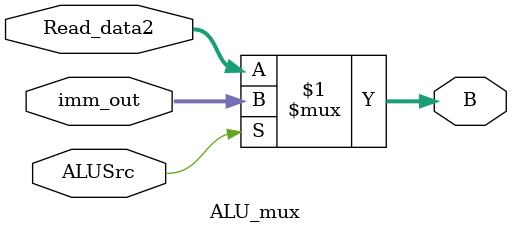
<source format=v>
module ALU_mux (
    input [31:0] Read_data2,   
    input [31:0] imm_out,   
    input ALUSrc,          
    output [31:0] B      
);

    assign B = (ALUSrc) ? imm_out : Read_data2;  

endmodule

</source>
